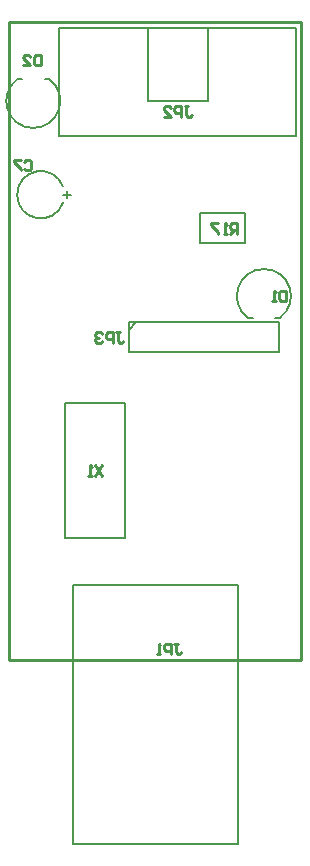
<source format=gbo>
%FSLAX25Y25*%
%MOIN*%
G70*
G01*
G75*
G04 Layer_Color=32896*
%ADD10C,0.01000*%
%ADD11R,0.03937X0.03347*%
%ADD12R,0.03937X0.03347*%
%ADD13R,0.07000X0.05000*%
%ADD14R,0.05000X0.07000*%
%ADD15R,0.10000X0.05500*%
%ADD16R,0.10000X0.07500*%
%ADD17R,0.06500X0.05000*%
%ADD18R,0.03347X0.03937*%
%ADD19R,0.03347X0.03937*%
%ADD20R,0.05000X0.06500*%
%ADD21R,0.08465X0.02362*%
%ADD22C,0.01250*%
%ADD23C,0.01500*%
%ADD24C,0.02000*%
%ADD25C,0.06500*%
%ADD26O,0.05500X0.08000*%
%ADD27O,0.06250X0.07500*%
%ADD28C,0.07500*%
%ADD29O,0.06500X0.06250*%
%ADD30O,0.06250X0.06500*%
%ADD31O,0.07500X0.07000*%
%ADD32O,0.06500X0.06250*%
%ADD33O,0.06000X0.06500*%
%ADD34O,0.07500X0.10000*%
%ADD35C,0.16000*%
%ADD36O,0.07000X0.10000*%
%ADD37C,0.00787*%
%ADD38C,0.00600*%
D10*
X707500Y307500D02*
Y520000D01*
X610000D02*
X707500D01*
X610000Y307500D02*
Y520000D01*
Y307500D02*
X707500D01*
X686200Y449500D02*
Y452999D01*
X684451D01*
X683867Y452416D01*
Y451249D01*
X684451Y450666D01*
X686200D01*
X685034D02*
X683867Y449500D01*
X682701D02*
X681535D01*
X682118D01*
Y452999D01*
X682701Y452416D01*
X679785Y452999D02*
X677453D01*
Y452416D01*
X679785Y450083D01*
Y449500D01*
X665167Y312874D02*
X666334D01*
X665751D01*
Y309958D01*
X666334Y309375D01*
X666917D01*
X667500Y309958D01*
X664001Y309375D02*
Y312874D01*
X662252D01*
X661668Y312291D01*
Y311124D01*
X662252Y310541D01*
X664001D01*
X660502Y309375D02*
X659336D01*
X659919D01*
Y312874D01*
X660502Y312291D01*
X620625Y509124D02*
Y505625D01*
X618876D01*
X618292Y506208D01*
Y508541D01*
X618876Y509124D01*
X620625D01*
X614793Y505625D02*
X617126D01*
X614793Y507958D01*
Y508541D01*
X615377Y509124D01*
X616543D01*
X617126Y508541D01*
X702500Y430499D02*
Y427000D01*
X700751D01*
X700167Y427583D01*
Y429916D01*
X700751Y430499D01*
X702500D01*
X699001Y427000D02*
X697835D01*
X698418D01*
Y430499D01*
X699001Y429916D01*
X641100Y372399D02*
X638767Y368900D01*
Y372399D02*
X641100Y368900D01*
X637601D02*
X636435D01*
X637018D01*
Y372399D01*
X637601Y371816D01*
X645792Y416624D02*
X646959D01*
X646376D01*
Y413708D01*
X646959Y413125D01*
X647542D01*
X648125Y413708D01*
X644626Y413125D02*
Y416624D01*
X642877D01*
X642294Y416041D01*
Y414874D01*
X642877Y414291D01*
X644626D01*
X641127Y416041D02*
X640544Y416624D01*
X639378D01*
X638795Y416041D01*
Y415458D01*
X639378Y414874D01*
X639961D01*
X639378D01*
X638795Y414291D01*
Y413708D01*
X639378Y413125D01*
X640544D01*
X641127Y413708D01*
X668567Y491999D02*
X669734D01*
X669151D01*
Y489083D01*
X669734Y488500D01*
X670317D01*
X670900Y489083D01*
X667401Y488500D02*
Y491999D01*
X665652D01*
X665068Y491416D01*
Y490249D01*
X665652Y489666D01*
X667401D01*
X661570Y488500D02*
X663902D01*
X661570Y490833D01*
Y491416D01*
X662153Y491999D01*
X663319D01*
X663902Y491416D01*
X615167Y473541D02*
X615751Y474124D01*
X616917D01*
X617500Y473541D01*
Y471208D01*
X616917Y470625D01*
X615751D01*
X615167Y471208D01*
X614001Y474124D02*
X611668D01*
Y473541D01*
X614001Y471208D01*
Y470625D01*
D37*
X628024Y465193D02*
G03*
X628024Y459807I-7399J-2693D01*
G01*
X700416Y421562D02*
G03*
X689584Y421562I-5416J7188D01*
G01*
X612709Y500938D02*
G03*
X623541Y500938I5416J-7188D01*
G01*
X629375Y461250D02*
Y463750D01*
X628125Y462500D02*
X630625D01*
X689687Y421562D02*
X691250D01*
X698750D02*
X700313D01*
X650000Y417500D02*
X652500Y420000D01*
X650000Y410000D02*
Y420000D01*
Y410000D02*
X700000D01*
Y420000D01*
X650000D02*
X700000D01*
X626850Y482050D02*
X705650D01*
X626850Y517950D02*
X705650D01*
Y482050D02*
Y517950D01*
X626850Y482050D02*
Y517950D01*
X656250Y493750D02*
Y517650D01*
X676250Y493750D02*
Y517650D01*
X656250Y493750D02*
X676250D01*
X648750Y348125D02*
Y393125D01*
X628750Y348125D02*
X648750D01*
X628750D02*
Y393125D01*
X648750D01*
X673750Y446250D02*
X688750D01*
Y456250D01*
X673750D02*
X688750D01*
X673750Y446250D02*
Y456250D01*
X612813Y500938D02*
X614375D01*
X621875D02*
X623438D01*
X631250Y246004D02*
X686250D01*
X631250Y332500D02*
X686250D01*
Y246004D02*
Y332500D01*
X631250Y246004D02*
Y332500D01*
M02*

</source>
